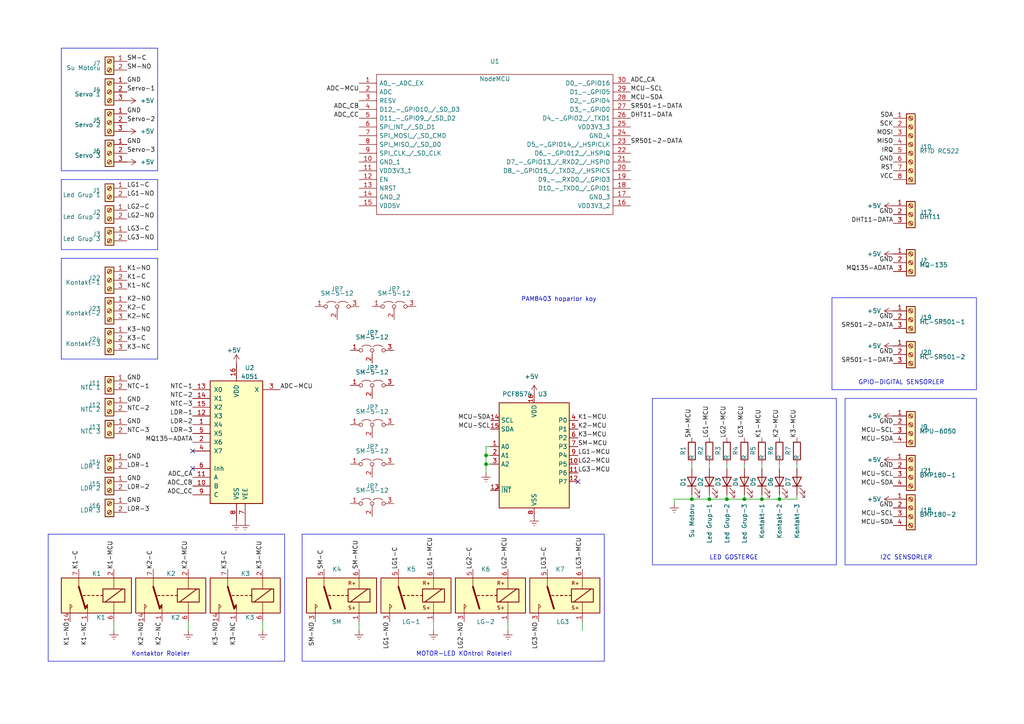
<source format=kicad_sch>
(kicad_sch (version 20220104) (generator eeschema)
  (paper "A4")
  (title_block (title "Mars Ussu Baglanti ve Kontrol Karti") (rev "v1.0") (company "Mars on Earth Project - Dunyadaki Mars Projesi"))
  (lib_symbols
    (symbol "113990105:113990105" (pin_names (offset 0.762))
      (property "Reference" "U" (at 74.93 7.62 0))
      (property "Value" "113990105" (at 74.93 5.08 0))
      (symbol "113990105_0_0"
        (pin bidirectional line (at 0 0 0) (length 5.08) (name "A0_-_ADC_EX") (number "1"))
        (pin power_in line (at 0 -22.86 0) (length 5.08) (name "GND_1") (number "10"))
        (pin power_in line (at 0 -25.4 0) (length 5.08) (name "VDD3V3_1") (number "11"))
        (pin input line (at 0 -27.94 0) (length 5.08) (name "EN") (number "12"))
        (pin input line (at 0 -30.48 0) (length 5.08) (name "NRST") (number "13"))
        (pin power_in line (at 0 -33.02 0) (length 5.08) (name "GND_2") (number "14"))
        (pin power_in line (at 0 -35.56 0) (length 5.08) (name "VDD5V") (number "15"))
        (pin power_in line (at 78.74 -35.56 180) (length 5.08) (name "VDD3V3_2") (number "16"))
        (pin power_in line (at 78.74 -33.02 180) (length 5.08) (name "GND_3") (number "17"))
        (pin bidirectional line (at 78.74 -30.48 180) (length 5.08) (name "D10_-_TXD0_/_GPIO1") (number "18"))
        (pin bidirectional line (at 78.74 -27.94 180) (length 5.08) (name "D9_-__RXD0_/_GPIO3") (number "19"))
        (pin bidirectional line (at 0 -2.54 0) (length 5.08) (name "ADC") (number "2"))
        (pin bidirectional line (at 78.74 -25.4 180) (length 5.08) (name "D8_-_GPIO15_/_TXD2_/_HSPICS") (number "20"))
        (pin bidirectional line (at 78.74 -22.86 180) (length 5.08) (name "D7_-_GPIO13_/_RXD2_/_HSPID") (number "21"))
        (pin bidirectional line (at 78.74 -20.32 180) (length 5.08) (name "D6_-_GPIO12_/_HSPIQ") (number "22"))
        (pin bidirectional line (at 78.74 -17.78 180) (length 5.08) (name "D5_-_GPIO14_/_HSPICLK") (number "23"))
        (pin power_in line (at 78.74 -15.24 180) (length 5.08) (name "GND_4") (number "24"))
        (pin power_in line (at 78.74 -12.7 180) (length 5.08) (name "VDD3V3_3") (number "25"))
        (pin bidirectional line (at 78.74 -10.16 180) (length 5.08) (name "D4_-_GPIO2_/_TXD1") (number "26"))
        (pin bidirectional line (at 78.74 -7.62 180) (length 5.08) (name "D3_-_GPIO0") (number "27"))
        (pin bidirectional line (at 78.74 -5.08 180) (length 5.08) (name "D2_-_GPIO4") (number "28"))
        (pin bidirectional line (at 78.74 -2.54 180) (length 5.08) (name "D1_-_GPIO5") (number "29"))
        (pin passive line (at 0 -5.08 0) (length 5.08) (name "RESV") (number "3"))
        (pin bidirectional line (at 78.74 0 180) (length 5.08) (name "D0_-_GPIO16") (number "30"))
        (pin bidirectional line (at 0 -7.62 0) (length 5.08) (name "D12_-_GPIO10_/_SD_D3") (number "4"))
        (pin bidirectional line (at 0 -10.16 0) (length 5.08) (name "D11_-_GPIO9_/_SD_D2") (number "5"))
        (pin bidirectional line (at 0 -12.7 0) (length 5.08) (name "SPI_INT_/_SD_D1") (number "6"))
        (pin bidirectional line (at 0 -15.24 0) (length 5.08) (name "SPI_MOSI_/_SD_CMD") (number "7"))
        (pin bidirectional line (at 0 -17.78 0) (length 5.08) (name "SPI_MISO_/_SD_D0") (number "8"))
        (pin bidirectional line (at 0 -20.32 0) (length 5.08) (name "SPI_CLK_/_SD_CLK") (number "9"))
      )
      (symbol "113990105_0_1"
        (polyline (pts (xy 5.08 2.54) (xy 73.66 2.54) (xy 73.66 -38.1) (xy 5.08 -38.1) (xy 5.08 2.54)) (stroke (width 0.1524)))
      )
    )
    (symbol "4xxx:4051" (pin_names (offset 1.016))
      (property "Reference" "U" (at -7.62 19.05 0))
      (property "Value" "4051" (at -7.62 -19.05 0))
      (symbol "4051_1_0"
        (pin passive line (at -12.7 5.08 0) (length 5.08) (name "X4") (number "1"))
        (pin input line (at -12.7 -12.7 0) (length 5.08) (name "B") (number "10"))
        (pin input line (at -12.7 -10.16 0) (length 5.08) (name "A") (number "11"))
        (pin passive line (at -12.7 7.62 0) (length 5.08) (name "X3") (number "12"))
        (pin passive line (at -12.7 15.24 0) (length 5.08) (name "X0") (number "13"))
        (pin passive line (at -12.7 12.7 0) (length 5.08) (name "X1") (number "14"))
        (pin passive line (at -12.7 10.16 0) (length 5.08) (name "X2") (number "15"))
        (pin power_in line (at 0 22.86 270) (length 5.08) (name "VDD") (number "16"))
        (pin passive line (at -12.7 0 0) (length 5.08) (name "X6") (number "2"))
        (pin passive line (at 12.7 15.24 180) (length 5.08) (name "X") (number "3"))
        (pin passive line (at -12.7 -2.54 0) (length 5.08) (name "X7") (number "4"))
        (pin passive line (at -12.7 2.54 0) (length 5.08) (name "X5") (number "5"))
        (pin input line (at -12.7 -7.62 0) (length 5.08) (name "Inh") (number "6"))
        (pin power_in line (at 2.54 -22.86 90) (length 5.08) (name "VEE") (number "7"))
        (pin power_in line (at 0 -22.86 90) (length 5.08) (name "VSS") (number "8"))
        (pin input line (at -12.7 -15.24 0) (length 5.08) (name "C") (number "9"))
      )
      (symbol "4051_1_1"
        (rectangle (start -7.62 17.78) (end 7.62 -17.78) (stroke (width 0.254)) (fill (type background)))
      )
    )
    (symbol "Connector:Screw_Terminal_01x02" (pin_names (offset 1.016) hide)
      (property "Reference" "J" (at 0 2.54 0))
      (property "Value" "Screw_Terminal_01x02" (at 0 -5.08 0))
      (symbol "Screw_Terminal_01x02_1_1"
        (rectangle (start -1.27 1.27) (end 1.27 -3.81) (stroke (width 0.254)) (fill (type background)))
        (circle (center 0 -2.54) (radius 0.635) (stroke (width 0.1524)))
        (polyline (pts (xy -0.5334 -2.2098) (xy 0.3302 -3.048)) (stroke (width 0.1524)))
        (polyline (pts (xy -0.5334 0.3302) (xy 0.3302 -0.508)) (stroke (width 0.1524)))
        (polyline (pts (xy -0.3556 -2.032) (xy 0.508 -2.8702)) (stroke (width 0.1524)))
        (polyline (pts (xy -0.3556 0.508) (xy 0.508 -0.3302)) (stroke (width 0.1524)))
        (circle (center 0 0) (radius 0.635) (stroke (width 0.1524)))
        (pin passive line (at -5.08 0 0) (length 3.81) (name "Pin_1") (number "1"))
        (pin passive line (at -5.08 -2.54 0) (length 3.81) (name "Pin_2") (number "2"))
      )
    )
    (symbol "Connector:Screw_Terminal_01x03" (pin_names (offset 1.016) hide)
      (property "Reference" "J" (at 0 5.08 0))
      (property "Value" "Screw_Terminal_01x03" (at 0 -5.08 0))
      (symbol "Screw_Terminal_01x03_1_1"
        (rectangle (start -1.27 3.81) (end 1.27 -3.81) (stroke (width 0.254)) (fill (type background)))
        (circle (center 0 -2.54) (radius 0.635) (stroke (width 0.1524)))
        (polyline (pts (xy -0.5334 -2.2098) (xy 0.3302 -3.048)) (stroke (width 0.1524)))
        (polyline (pts (xy -0.5334 0.3302) (xy 0.3302 -0.508)) (stroke (width 0.1524)))
        (polyline (pts (xy -0.5334 2.8702) (xy 0.3302 2.032)) (stroke (width 0.1524)))
        (polyline (pts (xy -0.3556 -2.032) (xy 0.508 -2.8702)) (stroke (width 0.1524)))
        (polyline (pts (xy -0.3556 0.508) (xy 0.508 -0.3302)) (stroke (width 0.1524)))
        (polyline (pts (xy -0.3556 3.048) (xy 0.508 2.2098)) (stroke (width 0.1524)))
        (circle (center 0 0) (radius 0.635) (stroke (width 0.1524)))
        (circle (center 0 2.54) (radius 0.635) (stroke (width 0.1524)))
        (pin passive line (at -5.08 2.54 0) (length 3.81) (name "Pin_1") (number "1"))
        (pin passive line (at -5.08 0 0) (length 3.81) (name "Pin_2") (number "2"))
        (pin passive line (at -5.08 -2.54 0) (length 3.81) (name "Pin_3") (number "3"))
      )
    )
    (symbol "Connector:Screw_Terminal_01x04" (pin_names (offset 1.016) hide)
      (property "Reference" "J" (at 0 5.08 0))
      (property "Value" "Screw_Terminal_01x04" (at 0 -7.62 0))
      (symbol "Screw_Terminal_01x04_1_1"
        (rectangle (start -1.27 3.81) (end 1.27 -6.35) (stroke (width 0.254)) (fill (type background)))
        (circle (center 0 -5.08) (radius 0.635) (stroke (width 0.1524)))
        (circle (center 0 -2.54) (radius 0.635) (stroke (width 0.1524)))
        (polyline (pts (xy -0.5334 -4.7498) (xy 0.3302 -5.588)) (stroke (width 0.1524)))
        (polyline (pts (xy -0.5334 -2.2098) (xy 0.3302 -3.048)) (stroke (width 0.1524)))
        (polyline (pts (xy -0.5334 0.3302) (xy 0.3302 -0.508)) (stroke (width 0.1524)))
        (polyline (pts (xy -0.5334 2.8702) (xy 0.3302 2.032)) (stroke (width 0.1524)))
        (polyline (pts (xy -0.3556 -4.572) (xy 0.508 -5.4102)) (stroke (width 0.1524)))
        (polyline (pts (xy -0.3556 -2.032) (xy 0.508 -2.8702)) (stroke (width 0.1524)))
        (polyline (pts (xy -0.3556 0.508) (xy 0.508 -0.3302)) (stroke (width 0.1524)))
        (polyline (pts (xy -0.3556 3.048) (xy 0.508 2.2098)) (stroke (width 0.1524)))
        (circle (center 0 0) (radius 0.635) (stroke (width 0.1524)))
        (circle (center 0 2.54) (radius 0.635) (stroke (width 0.1524)))
        (pin passive line (at -5.08 2.54 0) (length 3.81) (name "Pin_1") (number "1"))
        (pin passive line (at -5.08 0 0) (length 3.81) (name "Pin_2") (number "2"))
        (pin passive line (at -5.08 -2.54 0) (length 3.81) (name "Pin_3") (number "3"))
        (pin passive line (at -5.08 -5.08 0) (length 3.81) (name "Pin_4") (number "4"))
      )
    )
    (symbol "Connector:Screw_Terminal_01x08" (pin_names (offset 1.016) hide)
      (property "Reference" "J" (at 0 10.16 0))
      (property "Value" "Screw_Terminal_01x08" (at 0 -12.7 0))
      (symbol "Screw_Terminal_01x08_1_1"
        (rectangle (start -1.27 8.89) (end 1.27 -11.43) (stroke (width 0.254)) (fill (type background)))
        (circle (center 0 -10.16) (radius 0.635) (stroke (width 0.1524)))
        (circle (center 0 -7.62) (radius 0.635) (stroke (width 0.1524)))
        (circle (center 0 -5.08) (radius 0.635) (stroke (width 0.1524)))
        (circle (center 0 -2.54) (radius 0.635) (stroke (width 0.1524)))
        (polyline (pts (xy -0.5334 -9.8298) (xy 0.3302 -10.668)) (stroke (width 0.1524)))
        (polyline (pts (xy -0.5334 -7.2898) (xy 0.3302 -8.128)) (stroke (width 0.1524)))
        (polyline (pts (xy -0.5334 -4.7498) (xy 0.3302 -5.588)) (stroke (width 0.1524)))
        (polyline (pts (xy -0.5334 -2.2098) (xy 0.3302 -3.048)) (stroke (width 0.1524)))
        (polyline (pts (xy -0.5334 0.3302) (xy 0.3302 -0.508)) (stroke (width 0.1524)))
        (polyline (pts (xy -0.5334 2.8702) (xy 0.3302 2.032)) (stroke (width 0.1524)))
        (polyline (pts (xy -0.5334 5.4102) (xy 0.3302 4.572)) (stroke (width 0.1524)))
        (polyline (pts (xy -0.5334 7.9502) (xy 0.3302 7.112)) (stroke (width 0.1524)))
        (polyline (pts (xy -0.3556 -9.652) (xy 0.508 -10.4902)) (stroke (width 0.1524)))
        (polyline (pts (xy -0.3556 -7.112) (xy 0.508 -7.9502)) (stroke (width 0.1524)))
        (polyline (pts (xy -0.3556 -4.572) (xy 0.508 -5.4102)) (stroke (width 0.1524)))
        (polyline (pts (xy -0.3556 -2.032) (xy 0.508 -2.8702)) (stroke (width 0.1524)))
        (polyline (pts (xy -0.3556 0.508) (xy 0.508 -0.3302)) (stroke (width 0.1524)))
        (polyline (pts (xy -0.3556 3.048) (xy 0.508 2.2098)) (stroke (width 0.1524)))
        (polyline (pts (xy -0.3556 5.588) (xy 0.508 4.7498)) (stroke (width 0.1524)))
        (polyline (pts (xy -0.3556 8.128) (xy 0.508 7.2898)) (stroke (width 0.1524)))
        (circle (center 0 0) (radius 0.635) (stroke (width 0.1524)))
        (circle (center 0 2.54) (radius 0.635) (stroke (width 0.1524)))
        (circle (center 0 5.08) (radius 0.635) (stroke (width 0.1524)))
        (circle (center 0 7.62) (radius 0.635) (stroke (width 0.1524)))
        (pin passive line (at -5.08 7.62 0) (length 3.81) (name "Pin_1") (number "1"))
        (pin passive line (at -5.08 5.08 0) (length 3.81) (name "Pin_2") (number "2"))
        (pin passive line (at -5.08 2.54 0) (length 3.81) (name "Pin_3") (number "3"))
        (pin passive line (at -5.08 0 0) (length 3.81) (name "Pin_4") (number "4"))
        (pin passive line (at -5.08 -2.54 0) (length 3.81) (name "Pin_5") (number "5"))
        (pin passive line (at -5.08 -5.08 0) (length 3.81) (name "Pin_6") (number "6"))
        (pin passive line (at -5.08 -7.62 0) (length 3.81) (name "Pin_7") (number "7"))
        (pin passive line (at -5.08 -10.16 0) (length 3.81) (name "Pin_8") (number "8"))
      )
    )
    (symbol "Device:LED" (pin_numbers hide) (pin_names (offset 1.016) hide)
      (property "Reference" "D" (at 0 2.54 0))
      (property "Value" "LED" (at 0 -2.54 0))
      (symbol "LED_0_1"
        (polyline (pts (xy -1.27 -1.27) (xy -1.27 1.27)) (stroke (width 0.254)))
        (polyline (pts (xy -1.27 0) (xy 1.27 0)))
        (polyline (pts (xy 1.27 -1.27) (xy 1.27 1.27) (xy -1.27 0) (xy 1.27 -1.27)) (stroke (width 0.254)))
        (polyline (pts (xy -3.048 -0.762) (xy -4.572 -2.286) (xy -3.81 -2.286) (xy -4.572 -2.286) (xy -4.572 -1.524)))
        (polyline (pts (xy -1.778 -0.762) (xy -3.302 -2.286) (xy -2.54 -2.286) (xy -3.302 -2.286) (xy -3.302 -1.524)))
      )
      (symbol "LED_1_1"
        (pin passive line (at -3.81 0 0) (length 2.54) (name "K") (number "1"))
        (pin passive line (at 3.81 0 180) (length 2.54) (name "A") (number "2"))
      )
    )
    (symbol "Device:R" (pin_numbers hide) (pin_names (offset 0))
      (property "Reference" "R" (at 2.032 0 90))
      (property "Value" "R" (at 0 0 90))
      (symbol "R_0_1"
        (rectangle (start -1.016 -2.54) (end 1.016 2.54) (stroke (width 0.254)))
      )
      (symbol "R_1_1"
        (pin passive line (at 0 3.81 270) (length 1.27) (name "~") (number "1"))
        (pin passive line (at 0 -3.81 90) (length 1.27) (name "~") (number "2"))
      )
    )
    (symbol "Interface_Expansion:PCF8574"
      (property "Reference" "U" (at -8.89 16.51 0))
      (property "Value" "PCF8574" (at 2.54 16.51 0))
      (symbol "PCF8574_0_1"
        (rectangle (start -10.16 15.24) (end 10.16 -15.24) (stroke (width 0.254)) (fill (type background)))
      )
      (symbol "PCF8574_1_1"
        (pin input line (at -12.7 2.54 0) (length 2.54) (name "A0") (number "1"))
        (pin bidirectional line (at 12.7 -2.54 180) (length 2.54) (name "P5") (number "10"))
        (pin bidirectional line (at 12.7 -5.08 180) (length 2.54) (name "P6") (number "11"))
        (pin bidirectional line (at 12.7 -7.62 180) (length 2.54) (name "P7") (number "12"))
        (pin open_collector output_low (at -12.7 -10.16 0) (length 2.54) (name "~{INT}") (number "13"))
        (pin input line (at -12.7 10.16 0) (length 2.54) (name "SCL") (number "14"))
        (pin bidirectional line (at -12.7 7.62 0) (length 2.54) (name "SDA") (number "15"))
        (pin power_in line (at 0 17.78 270) (length 2.54) (name "VDD") (number "16"))
        (pin input line (at -12.7 0 0) (length 2.54) (name "A1") (number "2"))
        (pin input line (at -12.7 -2.54 0) (length 2.54) (name "A2") (number "3"))
        (pin bidirectional line (at 12.7 10.16 180) (length 2.54) (name "P0") (number "4"))
        (pin bidirectional line (at 12.7 7.62 180) (length 2.54) (name "P1") (number "5"))
        (pin bidirectional line (at 12.7 5.08 180) (length 2.54) (name "P2") (number "6"))
        (pin bidirectional line (at 12.7 2.54 180) (length 2.54) (name "P3") (number "7"))
        (pin power_in line (at 0 -17.78 90) (length 2.54) (name "VSS") (number "8"))
        (pin bidirectional line (at 12.7 0 180) (length 2.54) (name "P4") (number "9"))
      )
    )
    (symbol "Jumper:Jumper_3_Open" (pin_names (offset 0) hide)
      (property "Reference" "JP" (at -2.54 -2.54 0))
      (property "Value" "Jumper_3_Open" (at 0 2.794 0))
      (symbol "Jumper_3_Open_0_0"
        (circle (center -3.302 0) (radius 0.508))
        (circle (center 0 0) (radius 0.508))
        (circle (center 3.302 0) (radius 0.508))
      )
      (symbol "Jumper_3_Open_0_1"
        (arc (start -0.254 1.016) (mid -1.651 1.4992) (end -3.048 1.016))
        (polyline (pts (xy 0 -0.508) (xy 0 -1.27)))
        (arc (start 3.048 1.016) (mid 1.651 1.4992) (end 0.254 1.016))
      )
      (symbol "Jumper_3_Open_1_1"
        (pin passive line (at -6.35 0 0) (length 2.54) (name "A") (number "1"))
        (pin input line (at 0 -3.81 90) (length 2.54) (name "C") (number "2"))
        (pin passive line (at 6.35 0 180) (length 2.54) (name "B") (number "3"))
      )
    )
    (symbol "Relay:ADW11"
      (property "Reference" "K" (at 11.43 3.81 0))
      (property "Value" "ADW11" (at 13.97 1.27 0))
      (symbol "ADW11_1_1"
        (rectangle (start -10.16 5.08) (end 10.16 -5.08) (stroke (width 0.254)) (fill (type background)))
        (rectangle (start -8.255 1.905) (end -1.905 -1.905) (stroke (width 0.254)))
        (polyline (pts (xy -7.62 -1.905) (xy -2.54 1.905)) (stroke (width 0.254)))
        (polyline (pts (xy -5.08 -5.08) (xy -5.08 -1.905)))
        (polyline (pts (xy -5.08 5.08) (xy -5.08 1.905)))
        (polyline (pts (xy -1.905 0) (xy -1.27 0)) (stroke (width 0.254)))
        (polyline (pts (xy -0.635 0) (xy 0 0)) (stroke (width 0.254)))
        (polyline (pts (xy 0.635 0) (xy 1.27 0)) (stroke (width 0.254)))
        (polyline (pts (xy 0.635 0) (xy 1.27 0)) (stroke (width 0.254)))
        (polyline (pts (xy 1.905 0) (xy 2.54 0)) (stroke (width 0.254)))
        (polyline (pts (xy 3.175 0) (xy 3.81 0)) (stroke (width 0.254)))
        (polyline (pts (xy 5.08 -2.54) (xy 3.175 3.81)) (stroke (width 0.508)))
        (polyline (pts (xy 5.08 -2.54) (xy 5.08 -5.08)))
        (polyline (pts (xy 7.62 3.81) (xy 7.62 5.08)))
        (polyline (pts (xy 7.62 3.81) (xy 7.62 2.54) (xy 6.985 3.175) (xy 7.62 3.81)))
        (text "R+" (at -3.048 -3.556 0) (effects (font (size 1.016 1.016))))
        (text "S+" (at -3.048 3.556 0) (effects (font (size 1.016 1.016))))
        (pin passive line (at -5.08 7.62 270) (length 2.54) (name "~") (number "1"))
        (pin passive line (at 7.62 7.62 270) (length 2.54) (name "~") (number "3"))
        (pin passive line (at 5.08 -7.62 90) (length 2.54) (name "~") (number "5"))
        (pin passive line (at -5.08 -7.62 90) (length 2.54) (name "~") (number "6"))
      )
    )
    (symbol "Relay:DIPxx-1Cxx-51x"
      (property "Reference" "K" (at 11.43 3.81 0))
      (property "Value" "DIPxx-1Cxx-51x" (at 11.43 1.27 0))
      (symbol "DIPxx-1Cxx-51x_0_0"
        (polyline (pts (xy 2.54 5.08) (xy 2.54 2.54) (xy 3.175 3.175) (xy 2.54 3.81)) (fill (type outline)))
        (polyline (pts (xy 7.62 5.08) (xy 7.62 2.54) (xy 6.985 3.175) (xy 7.62 3.81)))
      )
      (symbol "DIPxx-1Cxx-51x_0_1"
        (rectangle (start -10.16 5.08) (end 10.16 -5.08) (stroke (width 0.254)) (fill (type background)))
        (rectangle (start -8.255 1.905) (end -1.905 -1.905) (stroke (width 0.254)))
        (polyline (pts (xy -7.62 -1.905) (xy -2.54 1.905)) (stroke (width 0.254)))
        (polyline (pts (xy -5.08 -5.08) (xy -5.08 -1.905)))
        (polyline (pts (xy -5.08 5.08) (xy -5.08 1.905)))
        (polyline (pts (xy -1.905 0) (xy -1.27 0)) (stroke (width 0.254)))
        (polyline (pts (xy -0.635 0) (xy 0 0)) (stroke (width 0.254)))
        (polyline (pts (xy 0.635 0) (xy 1.27 0)) (stroke (width 0.254)))
        (polyline (pts (xy 1.905 0) (xy 2.54 0)) (stroke (width 0.254)))
        (polyline (pts (xy 3.175 0) (xy 3.81 0)) (stroke (width 0.254)))
        (polyline (pts (xy 5.08 -2.54) (xy 3.175 3.81)) (stroke (width 0.508)))
        (polyline (pts (xy 5.08 -2.54) (xy 5.08 -5.08)))
      )
      (symbol "DIPxx-1Cxx-51x_1_1"
        (pin passive line (at 2.54 7.62 270) (length 2.54) (name "~") (number "1"))
        (pin passive line (at 7.62 7.62 270) (length 2.54) (name "~") (number "14"))
        (pin passive line (at -5.08 -7.62 90) (length 2.54) (name "~") (number "2"))
        (pin passive line (at -5.08 7.62 270) (length 2.54) (name "~") (number "6"))
        (pin passive line (at 5.08 -7.62 90) (length 2.54) (name "~") (number "7"))
        (pin passive line (at 5.08 -7.62 90) (length 2.54) hide (name "~") (number "8"))
      )
    )
    (symbol "power:+5V" (power) (pin_names (offset 0))
      (property "Value" "+5V" (at 0 3.556 0))
      (symbol "+5V_0_1"
        (polyline (pts (xy -0.762 1.27) (xy 0 2.54)))
        (polyline (pts (xy 0 0) (xy 0 2.54)))
        (polyline (pts (xy 0 2.54) (xy 0.762 1.27)))
      )
      (symbol "+5V_1_1"
        (pin power_in line (at 0 0 90) (length 0) hide (name "+5V") (number "1"))
      )
    )
    (symbol "power:Earth" (power) (pin_names (offset 0))
      (symbol "Earth_0_1"
        (polyline (pts (xy -0.635 -1.905) (xy 0.635 -1.905)))
        (polyline (pts (xy -0.127 -2.54) (xy 0.127 -2.54)))
        (polyline (pts (xy 0 -1.27) (xy 0 0)))
        (polyline (pts (xy 1.27 -1.27) (xy -1.27 -1.27)))
      )
      (symbol "Earth_1_1"
        (pin power_in line (at 0 0 270) (length 0) hide (name "Earth") (number "1"))
      )
    )
  )
  (junction (at 205.74 144.78))
  (junction (at 215.9 144.78))
  (junction (at 220.98 144.78))
  (junction (at 140.97 134.62))
  (junction (at 226.06 144.78))
  (junction (at 140.97 132.08))
  (junction (at 200.66 144.78))
  (junction (at 210.82 144.78))
  (no_connect (at 55.88 135.89))
  (no_connect (at 55.88 130.81))
  (no_connect (at 167.64 139.7))
  (wire (pts (xy 210.82 144.78) (xy 205.74 144.78)))
  (wire (pts (xy 220.98 134.62) (xy 220.98 135.89)))
  (wire (pts (xy 205.74 134.62) (xy 205.74 135.89)))
  (wire (pts (xy 205.74 143.51) (xy 205.74 144.78)))
  (polyline (pts (xy 45.72 49.53) (xy 45.72 13.97)))
  (wire (pts (xy 142.24 132.08) (xy 140.97 132.08)))
  (wire (pts (xy 142.24 129.54) (xy 140.97 129.54)))
  (polyline (pts (xy 283.21 163.83) (xy 245.11 163.83)))
  (wire (pts (xy 195.58 144.78) (xy 195.58 146.05)))
  (wire (pts (xy 215.9 143.51) (xy 215.9 144.78)))
  (polyline (pts (xy 245.11 115.57) (xy 245.11 163.83)))
  (wire (pts (xy 168.91 180.34) (xy 168.91 182.88)))
  (wire (pts (xy 226.06 144.78) (xy 220.98 144.78)))
  (polyline (pts (xy 17.78 13.97) (xy 17.78 49.53)))
  (polyline (pts (xy 189.23 115.57) (xy 189.23 163.83)))
  (wire (pts (xy 210.82 134.62) (xy 210.82 135.89)))
  (polyline (pts (xy 17.78 52.07) (xy 17.78 72.39)))
  (wire (pts (xy 140.97 129.54) (xy 140.97 132.08)))
  (wire (pts (xy 125.73 180.34) (xy 125.73 182.88)))
  (polyline (pts (xy 242.57 163.83) (xy 189.23 163.83)))
  (polyline (pts (xy 283.21 111.76) (xy 283.21 113.03)))
  (wire (pts (xy 205.74 144.78) (xy 200.66 144.78)))
  (polyline (pts (xy 245.11 115.57) (xy 283.21 115.57)))
  (wire (pts (xy 200.66 143.51) (xy 200.66 144.78)))
  (polyline (pts (xy 82.55 154.94) (xy 82.55 191.77)))
  (wire (pts (xy 76.2 180.34) (xy 76.2 182.88)))
  (wire (pts (xy 210.82 143.51) (xy 210.82 144.78)))
  (polyline (pts (xy 283.21 115.57) (xy 283.21 163.83)))
  (wire (pts (xy 220.98 144.78) (xy 215.9 144.78)))
  (polyline (pts (xy 241.3 86.36) (xy 241.3 113.03)))
  (wire (pts (xy 215.9 134.62) (xy 215.9 135.89)))
  (wire (pts (xy 140.97 132.08) (xy 140.97 134.62)))
  (polyline (pts (xy 45.72 52.07) (xy 17.78 52.07)))
  (polyline (pts (xy 17.78 104.14) (xy 45.72 104.14)))
  (wire (pts (xy 33.02 180.34) (xy 33.02 182.88)))
  (polyline (pts (xy 17.78 49.53) (xy 45.72 49.53)))
  (wire (pts (xy 215.9 144.78) (xy 210.82 144.78)))
  (wire (pts (xy 226.06 143.51) (xy 226.06 144.78)))
  (polyline (pts (xy 283.21 86.36) (xy 241.3 86.36)))
  (polyline (pts (xy 82.55 191.77) (xy 13.97 191.77)))
  (wire (pts (xy 220.98 143.51) (xy 220.98 144.78)))
  (polyline (pts (xy 189.23 115.57) (xy 242.57 115.57)))
  (wire (pts (xy 226.06 134.62) (xy 226.06 135.89)))
  (wire (pts (xy 231.14 143.51) (xy 231.14 144.78)))
  (wire (pts (xy 231.14 144.78) (xy 226.06 144.78)))
  (wire (pts (xy 200.66 134.62) (xy 200.66 135.89)))
  (polyline (pts (xy 87.63 191.77) (xy 175.26 191.77)))
  (wire (pts (xy 147.32 180.34) (xy 147.32 182.88)))
  (polyline (pts (xy 175.26 191.77) (xy 175.26 154.94)))
  (polyline (pts (xy 87.63 154.94) (xy 87.63 191.77)))
  (polyline (pts (xy 283.21 111.76) (xy 283.21 86.36)))
  (polyline (pts (xy 241.3 113.03) (xy 283.21 113.03)))
  (wire (pts (xy 231.14 134.62) (xy 231.14 135.89)))
  (wire (pts (xy 140.97 134.62) (xy 140.97 137.16)))
  (polyline (pts (xy 242.57 115.57) (xy 242.57 163.83)))
  (wire (pts (xy 54.61 180.34) (xy 54.61 182.88)))
  (polyline (pts (xy 45.72 72.39) (xy 45.72 52.07)))
  (polyline (pts (xy 17.78 72.39) (xy 45.72 72.39)))
  (polyline (pts (xy 17.78 74.93) (xy 17.78 104.14)))
  (polyline (pts (xy 45.72 13.97) (xy 17.78 13.97)))
  (wire (pts (xy 104.14 180.34) (xy 104.14 182.88)))
  (polyline (pts (xy 13.97 154.94) (xy 82.55 154.94)))
  (wire (pts (xy 200.66 144.78) (xy 195.58 144.78)))
  (wire (pts (xy 142.24 134.62) (xy 140.97 134.62)))
  (polyline (pts (xy 87.63 154.94) (xy 175.26 154.94)))
  (polyline (pts (xy 13.97 191.77) (xy 13.97 154.94)))
  (polyline (pts (xy 45.72 74.93) (xy 45.72 104.14)))
  (polyline (pts (xy 45.72 74.93) (xy 17.78 74.93)))
  (text "PAM8403 hoparlor koy" (at 151.13 87.63 0) (effects (font (size 1.27 1.27)) (justify left bottom)))
  (text "Kontaktor Roleler" (at 38.1 190.5 0) (effects (font (size 1.27 1.27)) (justify left bottom)))
  (text "MOTOR-LED KOntrol Roleleri" (at 120.65 190.5 0) (effects (font (size 1.27 1.27)) (justify left bottom)))
  (text "LED GOSTERGE" (at 205.74 162.56 0) (effects (font (size 1.27 1.27)) (justify left bottom)))
  (text "GPIO-DIGITAL SENSORLER" (at 248.92 111.76 0) (effects (font (size 1.27 1.27)) (justify left bottom)))
  (text "I2C SENSORLER" (at 255.27 162.56 0) (effects (font (size 1.27 1.27)) (justify left bottom)))
  (label "NTC-2" (at 36.83 119.38 0))
  (label "K3-NC" (at 68.58 180.34 270))
  (label "K1-MCU" (at 33.02 165.1 90))
  (label "MCU-SCL" (at 259.08 149.86 180))
  (label "NTC-2" (at 55.88 115.57 180))
  (label "VCC" (at 259.08 52.07 180))
  (label "SR501-2-DATA" (at 182.88 41.91 0))
  (label "ADC_CC" (at 55.88 143.51 180))
  (label "LG1-MCU" (at 205.74 127 90))
  (label "ADC-MCU" (at 81.28 113.03 0))
  (label "SR501-1-DATA" (at 259.08 105.41 180))
  (label "ADC_CA" (at 55.88 138.43 180))
  (label "LG2-MCU" (at 167.64 134.62 0))
  (label "LG1-MCU" (at 125.73 165.1 90))
  (label "MQ135-ADATA" (at 55.88 128.27 180))
  (label "K2-MCU" (at 226.06 127 90))
  (label "K1-NO" (at 36.83 78.74 0))
  (label "GND" (at 36.83 24.13 0))
  (label "GND" (at 259.08 76.2 180))
  (label "GND" (at 36.83 123.19 0))
  (label "MCU-SCL" (at 182.88 26.67 0))
  (label "LG2-C" (at 137.16 165.1 90))
  (label "K1-NO" (at 20.32 180.34 270))
  (label "MCU-SDA" (at 182.88 29.21 0))
  (label "K1-C" (at 22.86 165.1 90))
  (label "GND" (at 36.83 110.49 0))
  (label "DHT11-DATA" (at 259.08 64.77 180))
  (label "MOSI" (at 259.08 39.37 180))
  (label "ADC_CB" (at 55.88 140.97 180))
  (label "SM-C" (at 93.98 165.1 90))
  (label "K3-NC" (at 36.83 101.6 0))
  (label "LG3-NO" (at 36.83 69.85 0))
  (label "RST" (at 259.08 49.53 180))
  (label "LG3-C" (at 158.75 165.1 90))
  (label "MCU-SDA" (at 142.24 121.92 180))
  (label "ADC_CC" (at 104.14 34.29 180))
  (label "K2-NC" (at 36.83 92.71 0))
  (label "LDR-2" (at 36.83 142.24 0))
  (label "SM-NO" (at 91.44 180.34 270))
  (label "SM-C" (at 36.83 17.78 0))
  (label "NTC-1" (at 36.83 113.03 0))
  (label "GND" (at 36.83 139.7 0))
  (label "Servo-2" (at 36.83 35.56 0))
  (label "K2-C" (at 36.83 90.17 0))
  (label "LG1-C" (at 115.57 165.1 90))
  (label "LG2-MCU" (at 147.32 165.1 90))
  (label "K3-NO" (at 36.83 96.52 0))
  (label "K3-MCU" (at 167.64 127 0))
  (label "MCU-SCL" (at 142.24 124.46 180))
  (label "LDR-3" (at 55.88 125.73 180))
  (label "LG3-MCU" (at 168.91 165.1 90))
  (label "SM-MCU" (at 200.66 127 90))
  (label "GND" (at 259.08 62.23 180))
  (label "MCU-SDA" (at 259.08 128.27 180))
  (label "ADC-MCU" (at 104.14 26.67 180))
  (label "K2-MCU" (at 167.64 124.46 0))
  (label "LG1-MCU" (at 167.64 132.08 0))
  (label "K2-NC" (at 46.99 180.34 270))
  (label "K2-NO" (at 36.83 87.63 0))
  (label "NTC-1" (at 55.88 113.03 180))
  (label "LDR-2" (at 55.88 123.19 180))
  (label "SM-MCU" (at 104.14 165.1 90))
  (label "K2-C" (at 44.45 165.1 90))
  (label "K1-C" (at 36.83 81.28 0))
  (label "LG2-NO" (at 36.83 63.5 0))
  (label "SCK" (at 259.08 36.83 180))
  (label "K2-NO" (at 41.91 180.34 270))
  (label "GND" (at 259.08 92.71 180))
  (label "GND" (at 36.83 116.84 0))
  (label "LG1-C" (at 36.83 54.61 0))
  (label "LG3-C" (at 36.83 67.31 0))
  (label "MCU-SCL" (at 259.08 138.43 180))
  (label "SDA" (at 259.08 34.29 180))
  (label "GND" (at 36.83 41.91 0))
  (label "K1-NC" (at 36.83 83.82 0))
  (label "LG3-NO" (at 156.21 180.34 270))
  (label "SM-NO" (at 36.83 20.32 0))
  (label "GND" (at 259.08 46.99 180))
  (label "K3-MCU" (at 76.2 165.1 90))
  (label "K3-C" (at 36.83 99.06 0))
  (label "GND" (at 36.83 133.35 0))
  (label "LG1-NO" (at 36.83 57.15 0))
  (label "LDR-3" (at 36.83 148.59 0))
  (label "NTC-3" (at 36.83 125.73 0))
  (label "K1-NC" (at 25.4 180.34 270))
  (label "K3-MCU" (at 231.14 127 90))
  (label "MCU-SDA" (at 259.08 140.97 180))
  (label "LG2-NO" (at 134.62 180.34 270))
  (label "SR501-1-DATA" (at 182.88 31.75 0))
  (label "MQ135-ADATA" (at 259.08 78.74 180))
  (label "K3-C" (at 66.04 165.1 90))
  (label "GND" (at 259.08 102.87 180))
  (label "LG3-MCU" (at 215.9 127 90))
  (label "DHT11-DATA" (at 182.88 34.29 0))
  (label "ADC_CA" (at 182.88 24.13 0))
  (label "K1-MCU" (at 167.64 121.92 0))
  (label "LDR-1" (at 55.88 120.65 180))
  (label "SR501-2-DATA" (at 259.08 95.25 180))
  (label "LG2-C" (at 36.83 60.96 0))
  (label "GND" (at 259.08 147.32 180))
  (label "K1-MCU" (at 220.98 127 90))
  (label "LG2-MCU" (at 210.82 127 90))
  (label "SM-MCU" (at 167.64 129.54 0))
  (label "GND" (at 259.08 135.89 180))
  (label "K3-NO" (at 63.5 180.34 270))
  (label "LG1-NO" (at 113.03 180.34 270))
  (label "GND" (at 36.83 33.02 0))
  (label "Servo-3" (at 36.83 44.45 0))
  (label "ADC_CB" (at 104.14 31.75 180))
  (label "GND" (at 36.83 146.05 0))
  (label "LG3-MCU" (at 167.64 137.16 0))
  (label "MCU-SDA" (at 259.08 152.4 180))
  (label "NTC-3" (at 55.88 118.11 180))
  (label "LDR-1" (at 36.83 135.89 0))
  (label "IRQ" (at 259.08 44.45 180))
  (label "Servo-1" (at 36.83 26.67 0))
  (label "K2-MCU" (at 54.61 165.1 90))
  (label "GND" (at 259.08 123.19 180))
  (label "MISO" (at 259.08 41.91 180))
  (label "MCU-SCL" (at 259.08 125.73 180))
  (symbol (lib_id "Device:LED") (at 205.74 139.7 90) (unit 1)
    (property "Reference" "D2" (at 203.2 138.43 0) (effects (justify right)))
    (property "Value" "Led Grup-1" (at 205.74 146.05 0) (effects (justify right)))
  )
  (symbol (lib_id "113990105:113990105") (at 104.14 24.13 0) (unit 1)
    (property "Reference" "U1" (at 143.51 17.78 0))
    (property "Value" "NodeMCU" (at 143.51 22.86 0))
    (property "Footprint" "113990105" (effects hide))
    (property "Datasheet" "https://www.seeedstudio.com/NodeMCU-v2-Lua-based-ESP8266-development-kit.html" (effects hide))
    (property "Description" "NodeMCU DEVKIT V1.0" (effects hide))
    (property "Height" "7.35" (effects hide))
    (property "Manufacturer_Name" "Seeed Studio" (effects hide))
    (property "Manufacturer_Part_Number" "113990105" (effects hide))
    (property "Mouser Part Number" "713-113990105" (effects hide))
    (property "Mouser Price/Stock" "https://www.mouser.co.uk/ProductDetail/Seeed-Studio/113990105?qs=SElPoaY2y5KMx8k1roAIKw%3D%3D" (effects hide))
    (property "Arrow Part Number" "113990105" (effects hide))
    (property "Arrow Price/Stock" "https://www.arrow.com/en/products/113990105/seeed-technology-limited?region=nac" (effects hide))
  )
  (symbol (lib_id "power:Earth") (at 104.14 182.88 0) (unit 1)
    (property "Reference" "#PWR010" (effects hide))
    (property "Value" "Earth" (effects hide))
  )
  (symbol (lib_id "power:+5V") (at 154.94 114.3 0) (mirror y) (unit 1)
    (property "Reference" "#PWR014" (effects hide))
    (property "Value" "+5V" (at 156.21 109.22 0) (effects (justify left)))
  )
  (symbol (lib_id "Connector:Screw_Terminal_01x02") (at 31.75 123.19 0) (mirror y) (unit 1)
    (property "Reference" "J13" (at 29.21 123.825 0) (effects (justify left)))
    (property "Value" "NTC 3" (at 29.21 125.095 0) (effects (justify left)))
    (property "Footprint" "TerminalBlock_TE-Connectivity:TerminalBlock_TE_282834-2_1x02_P2.54mm_Horizontal" (effects hide))
  )
  (symbol (lib_id "power:Earth") (at 125.73 182.88 0) (unit 1)
    (property "Reference" "#PWR011" (effects hide))
    (property "Value" "Earth" (effects hide))
  )
  (symbol (lib_id "Connector:Screw_Terminal_01x03") (at 31.75 81.28 0) (mirror y) (unit 1)
    (property "Reference" "J22" (at 29.21 80.645 0) (effects (justify left)))
    (property "Value" "Kontakt-1" (at 29.21 81.915 0) (effects (justify left)))
    (property "Footprint" "TerminalBlock_TE-Connectivity:TerminalBlock_TE_282834-3_1x03_P2.54mm_Horizontal" (effects hide))
  )
  (symbol (lib_id "Connector:Screw_Terminal_01x03") (at 264.16 102.87 0) (unit 1)
    (property "Reference" "J20" (at 266.7 102.235 0) (effects (justify left)))
    (property "Value" "HC-SR501-2" (at 266.7 103.505 0) (effects (justify left)))
    (property "Footprint" "TerminalBlock_TE-Connectivity:TerminalBlock_TE_282834-3_1x03_P2.54mm_Horizontal" (effects hide))
  )
  (symbol (lib_id "Connector:Screw_Terminal_01x02") (at 31.75 116.84 0) (mirror y) (unit 1)
    (property "Reference" "J12" (at 29.21 117.475 0) (effects (justify left)))
    (property "Value" "NTC 2" (at 29.21 118.745 0) (effects (justify left)))
    (property "Footprint" "TerminalBlock_TE-Connectivity:TerminalBlock_TE_282834-2_1x02_P2.54mm_Horizontal" (effects hide))
  )
  (symbol (lib_id "Relay:ADW11") (at 99.06 172.72 180) (unit 1)
    (property "Reference" "K4" (at 99.06 165.1 0) (effects (justify left)))
    (property "Value" "SM" (at 99.06 180.34 0) (effects (justify left)))
    (property "Footprint" "Relay_THT:Relay_1P1T_NO_10x24x18.8mm_Panasonic_ADW11xxxxW_THT" (effects hide))
    (property "Datasheet" "https://www.panasonic-electric-works.com/pew/es/downloads/ds_dw_hl_en.pdf" (effects hide))
  )
  (symbol (lib_id "Device:R") (at 210.82 130.81 180) (unit 1)
    (property "Reference" "R3" (at 208.28 132.08 90) (effects (justify right)))
    (property "Value" "R" (at 210.82 133.35 90) (effects (justify right)))
  )
  (symbol (lib_id "Connector:Screw_Terminal_01x03") (at 31.75 99.06 0) (mirror y) (unit 1)
    (property "Reference" "J24" (at 29.21 98.425 0) (effects (justify left)))
    (property "Value" "Kontakt-3" (at 29.21 99.695 0) (effects (justify left)))
    (property "Footprint" "TerminalBlock_TE-Connectivity:TerminalBlock_TE_282834-3_1x03_P2.54mm_Horizontal" (effects hide))
  )
  (symbol (lib_id "Connector:Screw_Terminal_01x03") (at 264.16 62.23 0) (unit 1)
    (property "Reference" "J17" (at 266.7 61.595 0) (effects (justify left)))
    (property "Value" "DHT11" (at 266.7 62.865 0) (effects (justify left)))
    (property "Footprint" "TerminalBlock_TE-Connectivity:TerminalBlock_TE_282834-3_1x03_P2.54mm_Horizontal" (effects hide))
  )
  (symbol (lib_id "Device:R") (at 231.14 130.81 180) (unit 1)
    (property "Reference" "R7" (at 228.6 132.08 90) (effects (justify right)))
    (property "Value" "R" (at 231.14 133.35 90) (effects (justify right)))
  )
  (symbol (lib_id "power:+5V") (at 259.08 144.78 90) (unit 1)
    (property "Reference" "#PWR022" (effects hide))
    (property "Value" "+5V" (at 251.46 144.78 90) (effects (justify right)))
  )
  (symbol (lib_id "Connector:Screw_Terminal_01x02") (at 31.75 139.7 0) (mirror y) (unit 1)
    (property "Reference" "J15" (at 29.21 140.335 0) (effects (justify left)))
    (property "Value" "LDR 2" (at 29.21 141.605 0) (effects (justify left)))
    (property "Footprint" "TerminalBlock_TE-Connectivity:TerminalBlock_TE_282834-2_1x02_P2.54mm_Horizontal" (effects hide))
  )
  (symbol (lib_id "Relay:DIPxx-1Cxx-51x") (at 71.12 172.72 180) (unit 1)
    (property "Reference" "K3" (at 69.85 166.37 0) (effects (justify right)))
    (property "Value" "K3" (at 71.12 179.07 0) (effects (justify right)))
    (property "Footprint" "Relay_THT:Relay_StandexMeder_DIP_LowProfile" (effects hide))
    (property "Datasheet" "https://standexelectronics.com/wp-content/uploads/datasheet_reed_relay_DIP.pdf" (effects hide))
  )
  (symbol (lib_id "Relay:DIPxx-1Cxx-51x") (at 49.53 172.72 180) (unit 1)
    (property "Reference" "K2" (at 48.26 166.37 0) (effects (justify right)))
    (property "Value" "K2" (at 49.53 179.07 0) (effects (justify right)))
    (property "Footprint" "Relay_THT:Relay_StandexMeder_DIP_LowProfile" (effects hide))
    (property "Datasheet" "https://standexelectronics.com/wp-content/uploads/datasheet_reed_relay_DIP.pdf" (effects hide))
  )
  (symbol (lib_id "power:Earth") (at 147.32 182.88 0) (unit 1)
    (property "Reference" "#PWR013" (effects hide))
    (property "Value" "Earth" (effects hide))
  )
  (symbol (lib_id "Connector:Screw_Terminal_01x03") (at 31.75 44.45 0) (mirror y) (unit 1)
    (property "Reference" "J6" (at 29.21 43.815 0) (effects (justify left)))
    (property "Value" "Servo 3" (at 29.21 45.085 0) (effects (justify left)))
    (property "Footprint" "TerminalBlock_TE-Connectivity:TerminalBlock_TE_282834-3_1x03_P2.54mm_Horizontal" (effects hide))
  )
  (symbol (lib_id "Jumper:Jumper_3_Open") (at 107.95 111.76 0) (unit 1)
    (property "Reference" "JP?" (at 107.95 106.68 0))
    (property "Value" "SM-5-12" (at 107.95 107.95 0))
  )
  (symbol (lib_id "Device:LED") (at 200.66 139.7 90) (unit 1)
    (property "Reference" "D1" (at 198.12 138.43 0) (effects (justify right)))
    (property "Value" "Su Motoru" (at 200.66 146.05 0) (effects (justify right)))
  )
  (symbol (lib_id "power:Earth") (at 71.12 151.13 0) (mirror y) (unit 1)
    (property "Reference" "#PWR08" (effects hide))
    (property "Value" "Earth" (effects hide))
  )
  (symbol (lib_id "Device:R") (at 220.98 130.81 180) (unit 1)
    (property "Reference" "R5" (at 218.44 132.08 90) (effects (justify right)))
    (property "Value" "R" (at 220.98 133.35 90) (effects (justify right)))
  )
  (symbol (lib_id "power:+5V") (at 36.83 29.21 270) (unit 1)
    (property "Reference" "#PWR02" (effects hide))
    (property "Value" "+5V" (at 40.64 29.21 90) (effects (justify left)))
  )
  (symbol (lib_id "power:Earth") (at 54.61 182.88 0) (unit 1)
    (property "Reference" "#PWR05" (effects hide))
    (property "Value" "Earth" (effects hide))
  )
  (symbol (lib_id "Jumper:Jumper_3_Open") (at 107.95 134.62 0) (unit 1)
    (property "Reference" "JP?" (at 107.95 129.54 0))
    (property "Value" "SM-5-12" (at 107.95 130.81 0))
  )
  (symbol (lib_id "Connector:Screw_Terminal_01x02") (at 31.75 54.61 0) (mirror y) (unit 1)
    (property "Reference" "J1" (at 29.21 55.245 0) (effects (justify left)))
    (property "Value" "Led Grup 1" (at 29.21 56.515 0) (effects (justify left)))
    (property "Footprint" "TerminalBlock_TE-Connectivity:TerminalBlock_TE_282834-2_1x02_P2.54mm_Horizontal" (effects hide))
  )
  (symbol (lib_id "power:+5V") (at 259.08 133.35 90) (unit 1)
    (property "Reference" "#PWR021" (effects hide))
    (property "Value" "+5V" (at 251.46 133.35 90) (effects (justify right)))
  )
  (symbol (lib_id "power:Earth") (at 33.02 182.88 0) (unit 1)
    (property "Reference" "#PWR01" (effects hide))
    (property "Value" "Earth" (effects hide))
  )
  (symbol (lib_id "Connector:Screw_Terminal_01x04") (at 264.16 147.32 0) (unit 1)
    (property "Reference" "J18" (at 266.7 147.955 0) (effects (justify left)))
    (property "Value" "BMP180-2" (at 266.7 149.225 0) (effects (justify left)))
  )
  (symbol (lib_id "4xxx:4051") (at 68.58 128.27 0) (unit 1)
    (property "Reference" "U2" (at 72.39 106.68 0))
    (property "Value" "4051" (at 72.39 109.22 0))
    (property "Datasheet" "http://www.intersil.com/content/dam/Intersil/documents/cd40/cd4051bms-52bms-53bms.pdf" (effects hide))
  )
  (symbol (lib_id "Connector:Screw_Terminal_01x04") (at 264.16 135.89 0) (unit 1)
    (property "Reference" "J21" (at 266.7 136.525 0) (effects (justify left)))
    (property "Value" "BMP180-1" (at 266.7 137.795 0) (effects (justify left)))
  )
  (symbol (lib_id "Connector:Screw_Terminal_01x03") (at 31.75 35.56 0) (mirror y) (unit 1)
    (property "Reference" "J5" (at 29.21 34.925 0) (effects (justify left)))
    (property "Value" "Servo 2" (at 29.21 36.195 0) (effects (justify left)))
    (property "Footprint" "TerminalBlock_TE-Connectivity:TerminalBlock_TE_282834-3_1x03_P2.54mm_Horizontal" (effects hide))
  )
  (symbol (lib_id "Device:LED") (at 215.9 139.7 90) (unit 1)
    (property "Reference" "D4" (at 213.36 138.43 0) (effects (justify right)))
    (property "Value" "Led Grup-3" (at 215.9 146.05 0) (effects (justify right)))
  )
  (symbol (lib_id "power:Earth") (at 76.2 182.88 0) (unit 1)
    (property "Reference" "#PWR09" (effects hide))
    (property "Value" "Earth" (effects hide))
  )
  (symbol (lib_id "Device:LED") (at 210.82 139.7 90) (unit 1)
    (property "Reference" "D3" (at 208.28 138.43 0) (effects (justify right)))
    (property "Value" "Led Grup-2" (at 210.82 146.05 0) (effects (justify right)))
  )
  (symbol (lib_id "power:+5V") (at 259.08 90.17 90) (unit 1)
    (property "Reference" "#PWR018" (effects hide))
    (property "Value" "+5V" (at 251.46 90.17 90) (effects (justify right)))
  )
  (symbol (lib_id "Jumper:Jumper_3_Open") (at 107.95 146.05 0) (unit 1)
    (property "Reference" "JP?" (at 107.95 140.97 0))
    (property "Value" "SM-5-12" (at 107.95 142.24 0))
  )
  (symbol (lib_id "Connector:Screw_Terminal_01x02") (at 31.75 17.78 0) (mirror y) (unit 1)
    (property "Reference" "J7" (at 29.21 18.415 0) (effects (justify left)))
    (property "Value" "Su Motoru" (at 29.21 19.685 0) (effects (justify left)))
    (property "Footprint" "TerminalBlock_TE-Connectivity:TerminalBlock_TE_282834-2_1x02_P2.54mm_Horizontal" (effects hide))
  )
  (symbol (lib_id "power:+5V") (at 259.08 59.69 90) (unit 1)
    (property "Reference" "#PWR017" (effects hide))
    (property "Value" "+5V" (at 251.46 59.69 90) (effects (justify right)))
  )
  (symbol (lib_id "Relay:ADW11") (at 142.24 172.72 180) (unit 1)
    (property "Reference" "K6" (at 142.24 165.1 0) (effects (justify left)))
    (property "Value" "LG-2" (at 143.51 180.34 0) (effects (justify left)))
    (property "Footprint" "Relay_THT:Relay_1P1T_NO_10x24x18.8mm_Panasonic_ADW11xxxxW_THT" (effects hide))
    (property "Datasheet" "https://www.panasonic-electric-works.com/pew/es/downloads/ds_dw_hl_en.pdf" (effects hide))
  )
  (symbol (lib_id "Device:R") (at 215.9 130.81 180) (unit 1)
    (property "Reference" "R4" (at 213.36 132.08 90) (effects (justify right)))
    (property "Value" "R" (at 215.9 133.35 90) (effects (justify right)))
  )
  (symbol (lib_id "Connector:Screw_Terminal_01x02") (at 31.75 60.96 0) (mirror y) (unit 1)
    (property "Reference" "J2" (at 29.21 61.595 0) (effects (justify left)))
    (property "Value" "Led Grup 2" (at 29.21 62.865 0) (effects (justify left)))
    (property "Footprint" "TerminalBlock_TE-Connectivity:TerminalBlock_TE_282834-2_1x02_P2.54mm_Horizontal" (effects hide))
  )
  (symbol (lib_id "Device:R") (at 205.74 130.81 180) (unit 1)
    (property "Reference" "R2" (at 203.2 132.08 90) (effects (justify right)))
    (property "Value" "R" (at 205.74 133.35 90) (effects (justify right)))
  )
  (symbol (lib_id "Connector:Screw_Terminal_01x03") (at 31.75 26.67 0) (mirror y) (unit 1)
    (property "Reference" "J4" (at 29.21 26.035 0) (effects (justify left)))
    (property "Value" "Servo 1" (at 29.21 27.305 0) (effects (justify left)))
    (property "Footprint" "TerminalBlock_TE-Connectivity:TerminalBlock_TE_282834-3_1x03_P2.54mm_Horizontal" (effects hide))
  )
  (symbol (lib_id "Interface_Expansion:PCF8574") (at 154.94 132.08 0) (unit 1)
    (property "Reference" "U3" (at 158.75 114.3 0) (effects (justify right)))
    (property "Value" "PCF8574" (at 154.3559 114.3 0) (effects (justify right)))
    (property "Datasheet" "http://www.nxp.com/documents/data_sheet/PCF8574_PCF8574A.pdf" (effects hide))
  )
  (symbol (lib_id "Connector:Screw_Terminal_01x02") (at 31.75 133.35 0) (mirror y) (unit 1)
    (property "Reference" "J14" (at 29.21 133.985 0) (effects (justify left)))
    (property "Value" "LDR 1" (at 29.21 135.255 0) (effects (justify left)))
    (property "Footprint" "TerminalBlock_TE-Connectivity:TerminalBlock_TE_282834-2_1x02_P2.54mm_Horizontal" (effects hide))
  )
  (symbol (lib_id "Device:LED") (at 231.14 139.7 90) (unit 1)
    (property "Reference" "D7" (at 228.6 138.43 0) (effects (justify right)))
    (property "Value" "Kontakt-3" (at 231.14 146.05 0) (effects (justify right)))
  )
  (symbol (lib_id "power:+5V") (at 259.08 120.65 90) (unit 1)
    (property "Reference" "#PWR020" (effects hide))
    (property "Value" "+5V" (at 251.46 120.65 90) (effects (justify right)))
  )
  (symbol (lib_id "power:Earth") (at 154.94 149.86 0) (mirror y) (unit 1)
    (property "Reference" "#PWR015" (effects hide))
    (property "Value" "Earth" (effects hide))
  )
  (symbol (lib_id "Device:R") (at 226.06 130.81 180) (unit 1)
    (property "Reference" "R6" (at 223.52 132.08 90) (effects (justify right)))
    (property "Value" "R" (at 226.06 133.35 90) (effects (justify right)))
  )
  (symbol (lib_id "power:+5V") (at 36.83 46.99 270) (unit 1)
    (property "Reference" "#PWR04" (effects hide))
    (property "Value" "+5V" (at 40.64 46.99 90) (effects (justify left)))
  )
  (symbol (lib_id "power:Earth") (at 195.58 146.05 0) (unit 1)
    (property "Reference" "#PWR016" (effects hide))
    (property "Value" "Earth" (effects hide))
  )
  (symbol (lib_id "Connector:Screw_Terminal_01x03") (at 264.16 92.71 0) (unit 1)
    (property "Reference" "J19" (at 266.7 92.075 0) (effects (justify left)))
    (property "Value" "HC-SR501-1" (at 266.7 93.345 0) (effects (justify left)))
    (property "Footprint" "TerminalBlock_TE-Connectivity:TerminalBlock_TE_282834-3_1x03_P2.54mm_Horizontal" (effects hide))
  )
  (symbol (lib_id "Jumper:Jumper_3_Open") (at 114.3 88.9 0) (unit 1)
    (property "Reference" "JP?" (at 114.3 83.82 0))
    (property "Value" "SM-5-12" (at 114.3 85.09 0))
  )
  (symbol (lib_id "Connector:Screw_Terminal_01x02") (at 31.75 146.05 0) (mirror y) (unit 1)
    (property "Reference" "J16" (at 29.21 146.685 0) (effects (justify left)))
    (property "Value" "LDR 3" (at 29.21 147.955 0) (effects (justify left)))
    (property "Footprint" "TerminalBlock_TE-Connectivity:TerminalBlock_TE_282834-2_1x02_P2.54mm_Horizontal" (effects hide))
  )
  (symbol (lib_id "Jumper:Jumper_3_Open") (at 107.95 123.19 0) (unit 1)
    (property "Reference" "JP?" (at 107.95 118.11 0))
    (property "Value" "SM-5-12" (at 107.95 119.38 0))
  )
  (symbol (lib_id "Relay:ADW11") (at 163.83 172.72 180) (unit 1)
    (property "Reference" "K7" (at 163.83 165.1 0) (effects (justify left)))
    (property "Value" "LG3" (at 165.1 180.34 0) (effects (justify left)))
    (property "Footprint" "Relay_THT:Relay_1P1T_NO_10x24x18.8mm_Panasonic_ADW11xxxxW_THT" (effects hide))
    (property "Datasheet" "https://www.panasonic-electric-works.com/pew/es/downloads/ds_dw_hl_en.pdf" (effects hide))
  )
  (symbol (lib_id "Connector:Screw_Terminal_01x08") (at 264.16 41.91 0) (unit 1)
    (property "Reference" "J10" (at 266.7 42.545 0) (effects (justify left)))
    (property "Value" "RFID RC522" (at 266.7 43.815 0) (effects (justify left)))
    (property "Footprint" "TerminalBlock_TE-Connectivity:TerminalBlock_TE_282834-8_1x08_P2.54mm_Horizontal" (effects hide))
  )
  (symbol (lib_id "Relay:DIPxx-1Cxx-51x") (at 27.94 172.72 180) (unit 1)
    (property "Reference" "K1" (at 26.67 166.37 0) (effects (justify right)))
    (property "Value" "K1" (at 27.94 179.07 0) (effects (justify right)))
    (property "Footprint" "Relay_THT:Relay_StandexMeder_DIP_LowProfile" (effects hide))
    (property "Datasheet" "https://standexelectronics.com/wp-content/uploads/datasheet_reed_relay_DIP.pdf" (effects hide))
  )
  (symbol (lib_id "Connector:Screw_Terminal_01x02") (at 31.75 67.31 0) (mirror y) (unit 1)
    (property "Reference" "J3" (at 29.21 67.945 0) (effects (justify left)))
    (property "Value" "Led Grup 3" (at 29.21 69.215 0) (effects (justify left)))
    (property "Footprint" "TerminalBlock_TE-Connectivity:TerminalBlock_TE_282834-2_1x02_P2.54mm_Horizontal" (effects hide))
  )
  (symbol (lib_id "Jumper:Jumper_3_Open") (at 97.79 88.9 0) (unit 1)
    (property "Reference" "JP?" (at 97.79 83.82 0))
    (property "Value" "SM-5-12" (at 97.79 85.09 0))
  )
  (symbol (lib_id "Connector:Screw_Terminal_01x04") (at 264.16 123.19 0) (unit 1)
    (property "Reference" "J9" (at 266.7 123.825 0) (effects (justify left)))
    (property "Value" "MPU-6050" (at 266.7 125.095 0) (effects (justify left)))
  )
  (symbol (lib_id "power:Earth") (at 68.58 151.13 0) (mirror y) (unit 1)
    (property "Reference" "#PWR07" (effects hide))
    (property "Value" "Earth" (effects hide))
  )
  (symbol (lib_id "Device:LED") (at 220.98 139.7 90) (unit 1)
    (property "Reference" "D5" (at 218.44 138.43 0) (effects (justify right)))
    (property "Value" "Kontakt-1" (at 220.98 146.05 0) (effects (justify right)))
  )
  (symbol (lib_id "Connector:Screw_Terminal_01x03") (at 31.75 90.17 0) (mirror y) (unit 1)
    (property "Reference" "J23" (at 29.21 89.535 0) (effects (justify left)))
    (property "Value" "Kontakt-2" (at 29.21 90.805 0) (effects (justify left)))
    (property "Footprint" "TerminalBlock_TE-Connectivity:TerminalBlock_TE_282834-3_1x03_P2.54mm_Horizontal" (effects hide))
  )
  (symbol (lib_id "Connector:Screw_Terminal_01x02") (at 31.75 110.49 0) (mirror y) (unit 1)
    (property "Reference" "J11" (at 29.21 111.125 0) (effects (justify left)))
    (property "Value" "NTC 1" (at 29.21 112.395 0) (effects (justify left)))
    (property "Footprint" "TerminalBlock_TE-Connectivity:TerminalBlock_TE_282834-2_1x02_P2.54mm_Horizontal" (effects hide))
  )
  (symbol (lib_id "Device:LED") (at 226.06 139.7 90) (unit 1)
    (property "Reference" "D6" (at 223.52 138.43 0) (effects (justify right)))
    (property "Value" "Kontakt-2" (at 226.06 146.05 0) (effects (justify right)))
  )
  (symbol (lib_id "power:+5V") (at 259.08 73.66 90) (unit 1)
    (property "Reference" "#PWR?" (effects hide))
    (property "Value" "+5V" (at 251.46 73.66 90) (effects (justify right)))
  )
  (symbol (lib_id "power:+5V") (at 36.83 38.1 270) (unit 1)
    (property "Reference" "#PWR03" (effects hide))
    (property "Value" "+5V" (at 40.64 38.1 90) (effects (justify left)))
  )
  (symbol (lib_id "power:+5V") (at 68.58 105.41 0) (mirror y) (unit 1)
    (property "Reference" "#PWR06" (effects hide))
    (property "Value" "+5V" (at 69.85 101.6 0) (effects (justify left)))
  )
  (symbol (lib_id "power:+5V") (at 259.08 100.33 90) (unit 1)
    (property "Reference" "#PWR019" (effects hide))
    (property "Value" "+5V" (at 251.46 100.33 90) (effects (justify right)))
  )
  (symbol (lib_id "power:Earth") (at 140.97 137.16 0) (mirror y) (unit 1)
    (property "Reference" "#PWR012" (effects hide))
    (property "Value" "Earth" (effects hide))
  )
  (symbol (lib_id "Device:R") (at 200.66 130.81 180) (unit 1)
    (property "Reference" "R1" (at 198.12 132.08 90) (effects (justify right)))
    (property "Value" "R" (at 200.66 133.35 90) (effects (justify right)))
  )
  (symbol (lib_id "Jumper:Jumper_3_Open") (at 107.95 101.6 0) (unit 1)
    (property "Reference" "JP?" (at 107.95 96.52 0))
    (property "Value" "SM-5-12" (at 107.95 97.79 0))
  )
  (symbol (lib_id "Relay:ADW11") (at 120.65 172.72 180) (unit 1)
    (property "Reference" "K5" (at 120.65 165.1 0) (effects (justify left)))
    (property "Value" "LG-1" (at 121.92 180.34 0) (effects (justify left)))
    (property "Footprint" "Relay_THT:Relay_1P1T_NO_10x24x18.8mm_Panasonic_ADW11xxxxW_THT" (effects hide))
    (property "Datasheet" "https://www.panasonic-electric-works.com/pew/es/downloads/ds_dw_hl_en.pdf" (effects hide))
  )
  (symbol (lib_id "Connector:Screw_Terminal_01x03") (at 264.16 76.2 0) (unit 1)
    (property "Reference" "J?" (at 266.7 75.565 0) (effects (justify left)))
    (property "Value" "MQ-135" (at 266.7 76.835 0) (effects (justify left)))
    (property "Footprint" "TerminalBlock_TE-Connectivity:TerminalBlock_TE_282834-3_1x03_P2.54mm_Horizontal" (effects hide))
  )
)
</source>
